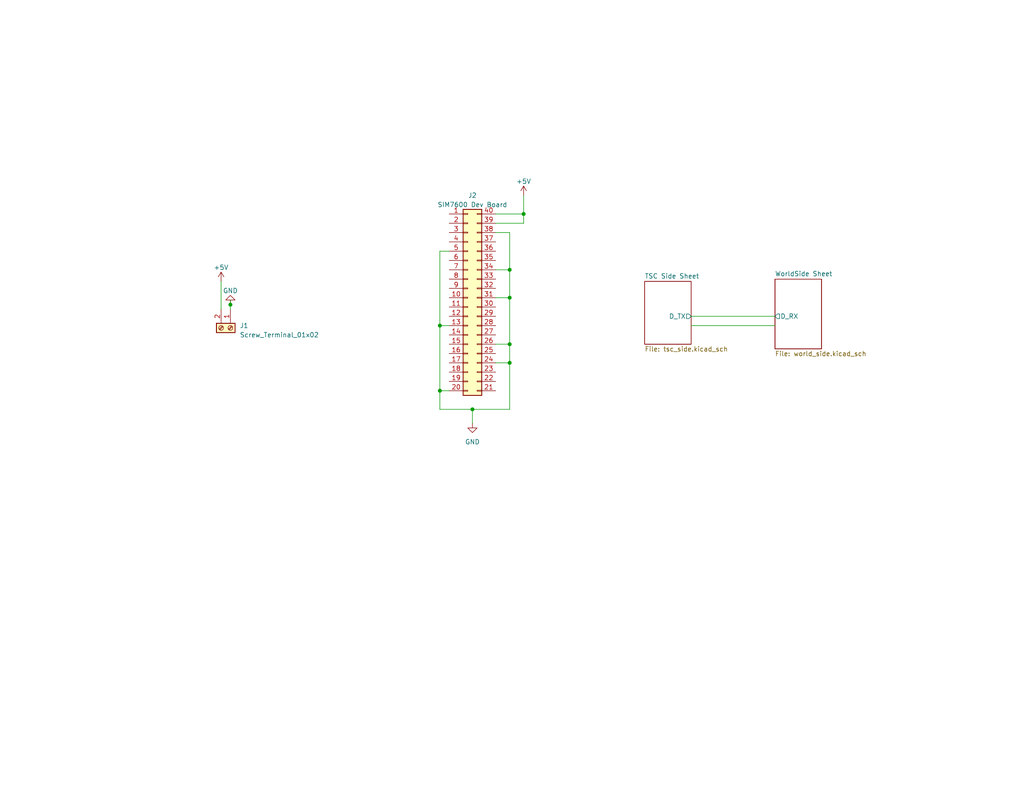
<source format=kicad_sch>
(kicad_sch (version 20230121) (generator eeschema)
  (paper "USLetter")
  (lib_symbols
    (symbol "Connector:Screw_Terminal_01x02" (pin_names (offset 1.016) hide)
      (property "Reference" "J" (at 0 2.54 0))
      (property "Value" "Screw_Terminal_01x02" (at 0 -5.08 0))
      (symbol "Screw_Terminal_01x02_1_1"
        (rectangle (start -1.27 1.27) (end 1.27 -3.81) (stroke (width 0.254)) (fill (type background)))
        (circle (center 0 -2.54) (radius 0.635) (stroke (width 0.1524)))
        (polyline (pts (xy -0.5334 -2.2098) (xy 0.3302 -3.048)) (stroke (width 0.1524)))
        (polyline (pts (xy -0.5334 0.3302) (xy 0.3302 -0.508)) (stroke (width 0.1524)))
        (polyline (pts (xy -0.3556 -2.032) (xy 0.508 -2.8702)) (stroke (width 0.1524)))
        (polyline (pts (xy -0.3556 0.508) (xy 0.508 -0.3302)) (stroke (width 0.1524)))
        (circle (center 0 0) (radius 0.635) (stroke (width 0.1524)))
        (pin passive line (at -5.08 0 0) (length 3.81) (name "Pin_1") (number "1"))
        (pin passive line (at -5.08 -2.54 0) (length 3.81) (name "Pin_2") (number "2"))
      )
    )
    (symbol "Connector_Generic:Conn_02x20_Counter_Clockwise" (pin_names (offset 1.016) hide)
      (property "Reference" "J" (at 1.27 25.4 0))
      (property "Value" "Conn_02x20_Counter_Clockwise" (at 1.27 -27.94 0))
      (symbol "Conn_02x20_Counter_Clockwise_1_1"
        (rectangle (start -1.27 -25.273) (end 0 -25.527) (stroke (width 0.1524)))
        (rectangle (start -1.27 -22.733) (end 0 -22.987) (stroke (width 0.1524)))
        (rectangle (start -1.27 -20.193) (end 0 -20.447) (stroke (width 0.1524)))
        (rectangle (start -1.27 -17.653) (end 0 -17.907) (stroke (width 0.1524)))
        (rectangle (start -1.27 -15.113) (end 0 -15.367) (stroke (width 0.1524)))
        (rectangle (start -1.27 -12.573) (end 0 -12.827) (stroke (width 0.1524)))
        (rectangle (start -1.27 -10.033) (end 0 -10.287) (stroke (width 0.1524)))
        (rectangle (start -1.27 -7.493) (end 0 -7.747) (stroke (width 0.1524)))
        (rectangle (start -1.27 -4.953) (end 0 -5.207) (stroke (width 0.1524)))
        (rectangle (start -1.27 -2.413) (end 0 -2.667) (stroke (width 0.1524)))
        (rectangle (start -1.27 0.127) (end 0 -0.127) (stroke (width 0.1524)))
        (rectangle (start -1.27 2.667) (end 0 2.413) (stroke (width 0.1524)))
        (rectangle (start -1.27 5.207) (end 0 4.953) (stroke (width 0.1524)))
        (rectangle (start -1.27 7.747) (end 0 7.493) (stroke (width 0.1524)))
        (rectangle (start -1.27 10.287) (end 0 10.033) (stroke (width 0.1524)))
        (rectangle (start -1.27 12.827) (end 0 12.573) (stroke (width 0.1524)))
        (rectangle (start -1.27 15.367) (end 0 15.113) (stroke (width 0.1524)))
        (rectangle (start -1.27 17.907) (end 0 17.653) (stroke (width 0.1524)))
        (rectangle (start -1.27 20.447) (end 0 20.193) (stroke (width 0.1524)))
        (rectangle (start -1.27 22.987) (end 0 22.733) (stroke (width 0.1524)))
        (rectangle (start -1.27 24.13) (end 3.81 -26.67) (stroke (width 0.254)) (fill (type background)))
        (rectangle (start 3.81 -25.273) (end 2.54 -25.527) (stroke (width 0.1524)))
        (rectangle (start 3.81 -22.733) (end 2.54 -22.987) (stroke (width 0.1524)))
        (rectangle (start 3.81 -20.193) (end 2.54 -20.447) (stroke (width 0.1524)))
        (rectangle (start 3.81 -17.653) (end 2.54 -17.907) (stroke (width 0.1524)))
        (rectangle (start 3.81 -15.113) (end 2.54 -15.367) (stroke (width 0.1524)))
        (rectangle (start 3.81 -12.573) (end 2.54 -12.827) (stroke (width 0.1524)))
        (rectangle (start 3.81 -10.033) (end 2.54 -10.287) (stroke (width 0.1524)))
        (rectangle (start 3.81 -7.493) (end 2.54 -7.747) (stroke (width 0.1524)))
        (rectangle (start 3.81 -4.953) (end 2.54 -5.207) (stroke (width 0.1524)))
        (rectangle (start 3.81 -2.413) (end 2.54 -2.667) (stroke (width 0.1524)))
        (rectangle (start 3.81 0.127) (end 2.54 -0.127) (stroke (width 0.1524)))
        (rectangle (start 3.81 2.667) (end 2.54 2.413) (stroke (width 0.1524)))
        (rectangle (start 3.81 5.207) (end 2.54 4.953) (stroke (width 0.1524)))
        (rectangle (start 3.81 7.747) (end 2.54 7.493) (stroke (width 0.1524)))
        (rectangle (start 3.81 10.287) (end 2.54 10.033) (stroke (width 0.1524)))
        (rectangle (start 3.81 12.827) (end 2.54 12.573) (stroke (width 0.1524)))
        (rectangle (start 3.81 15.367) (end 2.54 15.113) (stroke (width 0.1524)))
        (rectangle (start 3.81 17.907) (end 2.54 17.653) (stroke (width 0.1524)))
        (rectangle (start 3.81 20.447) (end 2.54 20.193) (stroke (width 0.1524)))
        (rectangle (start 3.81 22.987) (end 2.54 22.733) (stroke (width 0.1524)))
        (pin passive line (at -5.08 22.86 0) (length 3.81) (name "Pin_1") (number "1"))
        (pin passive line (at -5.08 0 0) (length 3.81) (name "Pin_10") (number "10"))
        (pin passive line (at -5.08 -2.54 0) (length 3.81) (name "Pin_11") (number "11"))
        (pin passive line (at -5.08 -5.08 0) (length 3.81) (name "Pin_12") (number "12"))
        (pin passive line (at -5.08 -7.62 0) (length 3.81) (name "Pin_13") (number "13"))
        (pin passive line (at -5.08 -10.16 0) (length 3.81) (name "Pin_14") (number "14"))
        (pin passive line (at -5.08 -12.7 0) (length 3.81) (name "Pin_15") (number "15"))
        (pin passive line (at -5.08 -15.24 0) (length 3.81) (name "Pin_16") (number "16"))
        (pin passive line (at -5.08 -17.78 0) (length 3.81) (name "Pin_17") (number "17"))
        (pin passive line (at -5.08 -20.32 0) (length 3.81) (name "Pin_18") (number "18"))
        (pin passive line (at -5.08 -22.86 0) (length 3.81) (name "Pin_19") (number "19"))
        (pin passive line (at -5.08 20.32 0) (length 3.81) (name "Pin_2") (number "2"))
        (pin passive line (at -5.08 -25.4 0) (length 3.81) (name "Pin_20") (number "20"))
        (pin passive line (at 7.62 -25.4 180) (length 3.81) (name "Pin_21") (number "21"))
        (pin passive line (at 7.62 -22.86 180) (length 3.81) (name "Pin_22") (number "22"))
        (pin passive line (at 7.62 -20.32 180) (length 3.81) (name "Pin_23") (number "23"))
        (pin passive line (at 7.62 -17.78 180) (length 3.81) (name "Pin_24") (number "24"))
        (pin passive line (at 7.62 -15.24 180) (length 3.81) (name "Pin_25") (number "25"))
        (pin passive line (at 7.62 -12.7 180) (length 3.81) (name "Pin_26") (number "26"))
        (pin passive line (at 7.62 -10.16 180) (length 3.81) (name "Pin_27") (number "27"))
        (pin passive line (at 7.62 -7.62 180) (length 3.81) (name "Pin_28") (number "28"))
        (pin passive line (at 7.62 -5.08 180) (length 3.81) (name "Pin_29") (number "29"))
        (pin passive line (at -5.08 17.78 0) (length 3.81) (name "Pin_3") (number "3"))
        (pin passive line (at 7.62 -2.54 180) (length 3.81) (name "Pin_30") (number "30"))
        (pin passive line (at 7.62 0 180) (length 3.81) (name "Pin_31") (number "31"))
        (pin passive line (at 7.62 2.54 180) (length 3.81) (name "Pin_32") (number "32"))
        (pin passive line (at 7.62 5.08 180) (length 3.81) (name "Pin_33") (number "33"))
        (pin passive line (at 7.62 7.62 180) (length 3.81) (name "Pin_34") (number "34"))
        (pin passive line (at 7.62 10.16 180) (length 3.81) (name "Pin_35") (number "35"))
        (pin passive line (at 7.62 12.7 180) (length 3.81) (name "Pin_36") (number "36"))
        (pin passive line (at 7.62 15.24 180) (length 3.81) (name "Pin_37") (number "37"))
        (pin passive line (at 7.62 17.78 180) (length 3.81) (name "Pin_38") (number "38"))
        (pin passive line (at 7.62 20.32 180) (length 3.81) (name "Pin_39") (number "39"))
        (pin passive line (at -5.08 15.24 0) (length 3.81) (name "Pin_4") (number "4"))
        (pin passive line (at 7.62 22.86 180) (length 3.81) (name "Pin_40") (number "40"))
        (pin passive line (at -5.08 12.7 0) (length 3.81) (name "Pin_5") (number "5"))
        (pin passive line (at -5.08 10.16 0) (length 3.81) (name "Pin_6") (number "6"))
        (pin passive line (at -5.08 7.62 0) (length 3.81) (name "Pin_7") (number "7"))
        (pin passive line (at -5.08 5.08 0) (length 3.81) (name "Pin_8") (number "8"))
        (pin passive line (at -5.08 2.54 0) (length 3.81) (name "Pin_9") (number "9"))
      )
    )
    (symbol "power:+5V" (power) (pin_names (offset 0))
      (property "Value" "+5V" (at 0 3.556 0))
      (symbol "+5V_0_1"
        (polyline (pts (xy -0.762 1.27) (xy 0 2.54)))
        (polyline (pts (xy 0 0) (xy 0 2.54)))
        (polyline (pts (xy 0 2.54) (xy 0.762 1.27)))
      )
      (symbol "+5V_1_1"
        (pin power_in line (at 0 0 90) (length 0) hide (name "+5V") (number "1"))
      )
    )
    (symbol "power:GND" (power) (pin_names (offset 0))
      (property "Value" "GND" (at 0 -3.81 0))
      (symbol "GND_0_1"
        (polyline (pts (xy 0 0) (xy 0 -1.27) (xy 1.27 -1.27) (xy 0 -2.54) (xy -1.27 -1.27) (xy 0 -1.27)))
      )
      (symbol "GND_1_1"
        (pin power_in line (at 0 0 270) (length 0) hide (name "GND") (number "1"))
      )
    )
  )
  (junction (at 139.065 93.98))
  (junction (at 142.875 58.42))
  (junction (at 120.015 88.9))
  (junction (at 62.865 83.185))
  (junction (at 139.065 99.06))
  (junction (at 128.905 111.76))
  (junction (at 120.015 106.68))
  (junction (at 139.065 73.66))
  (junction (at 139.065 81.28))
  (wire (pts (xy 135.255 93.98) (xy 139.065 93.98)))
  (wire (pts (xy 122.555 68.58) (xy 120.015 68.58)))
  (wire (pts (xy 60.325 76.835) (xy 60.325 84.455)))
  (wire (pts (xy 188.595 86.36) (xy 211.455 86.36)))
  (wire (pts (xy 122.555 88.9) (xy 120.015 88.9)))
  (wire (pts (xy 135.255 81.28) (xy 139.065 81.28)))
  (wire (pts (xy 139.065 93.98) (xy 139.065 99.06)))
  (wire (pts (xy 120.015 88.9) (xy 120.015 106.68)))
  (wire (pts (xy 142.875 60.96) (xy 142.875 58.42)))
  (wire (pts (xy 120.015 111.76) (xy 128.905 111.76)))
  (wire (pts (xy 135.255 58.42) (xy 142.875 58.42)))
  (wire (pts (xy 135.255 63.5) (xy 139.065 63.5)))
  (wire (pts (xy 139.065 73.66) (xy 139.065 81.28)))
  (wire (pts (xy 128.905 111.76) (xy 128.905 115.57)))
  (wire (pts (xy 135.255 60.96) (xy 142.875 60.96)))
  (wire (pts (xy 142.875 58.42) (xy 142.875 53.34)))
  (wire (pts (xy 62.865 83.185) (xy 62.865 84.455)))
  (wire (pts (xy 135.255 99.06) (xy 139.065 99.06)))
  (wire (pts (xy 188.595 88.9) (xy 211.455 88.9)))
  (wire (pts (xy 122.555 106.68) (xy 120.015 106.68)))
  (wire (pts (xy 139.065 63.5) (xy 139.065 73.66)))
  (wire (pts (xy 135.255 73.66) (xy 139.065 73.66)))
  (wire (pts (xy 139.065 81.28) (xy 139.065 93.98)))
  (wire (pts (xy 120.015 106.68) (xy 120.015 111.76)))
  (wire (pts (xy 62.865 81.915) (xy 62.865 83.185)))
  (wire (pts (xy 120.015 68.58) (xy 120.015 88.9)))
  (wire (pts (xy 139.065 99.06) (xy 139.065 111.76)))
  (wire (pts (xy 139.065 111.76) (xy 128.905 111.76)))
  (symbol (lib_id "power:GND") (at 62.865 83.185 180) (unit 1)
    (property "Reference" "#PWR06" (effects hide))
    (property "Value" "GND" (at 62.865 79.375 0))
  )
  (symbol (lib_id "Connector_Generic:Conn_02x20_Counter_Clockwise") (at 127.635 81.28 0) (unit 1)
    (property "Reference" "J2" (at 128.905 53.34 0))
    (property "Value" "SIM7600 Dev Board" (at 128.905 55.88 0))
    (property "Footprint" "Connector_PinHeader_2.54mm:PinHeader_2x20_P2.54mm_Vertical" (effects hide))
  )
  (symbol (lib_id "Connector:Screw_Terminal_01x02") (at 62.865 89.535 270) (unit 1)
    (property "Reference" "J1" (at 65.405 88.9 90) (effects (justify left)))
    (property "Value" "Screw_Terminal_01x02" (at 65.405 91.44 90) (effects (justify left)))
    (property "Footprint" "TerminalBlock_Phoenix:TerminalBlock_Phoenix_MKDS-1,5-2-5.08_1x02_P5.08mm_Horizontal" (effects hide))
  )
  (symbol (lib_id "power:GND") (at 128.905 115.57 0) (unit 1)
    (property "Reference" "#PWR08" (effects hide))
    (property "Value" "GND" (at 128.905 120.65 0))
  )
  (symbol (lib_id "power:+5V") (at 142.875 53.34 0) (unit 1)
    (property "Reference" "#PWR07" (effects hide))
    (property "Value" "+5V" (at 142.875 49.53 0))
  )
  (symbol (lib_id "power:+5V") (at 60.325 76.835 0) (unit 1)
    (property "Reference" "#PWR05" (effects hide))
    (property "Value" "+5V" (at 60.325 73.025 0))
  )
  (sheet (at 175.895 76.835) (size 12.7 17.145) (stroke (width 0.1524))
    (property "Sheetname" "TSC Side Sheet" (at 175.895 76.1234 0) (effects (justify left bottom)))
    (property "Sheetfile" "tsc_side.kicad_sch" (at 175.895 94.5646 0) (effects (justify left top)))
    (pin "D_TX" output (at 188.595 86.36 0))
  )
  (sheet (at 211.455 76.2) (size 12.7 19.05) (stroke (width 0.1524))
    (property "Sheetname" "WorldSide Sheet" (at 211.455 75.4884 0) (effects (justify left bottom)))
    (property "Sheetfile" "world_side.kicad_sch" (at 211.455 95.8346 0) (effects (justify left top)))
    (pin "D_RX" output (at 211.455 86.36 180))
  )
)
</source>
